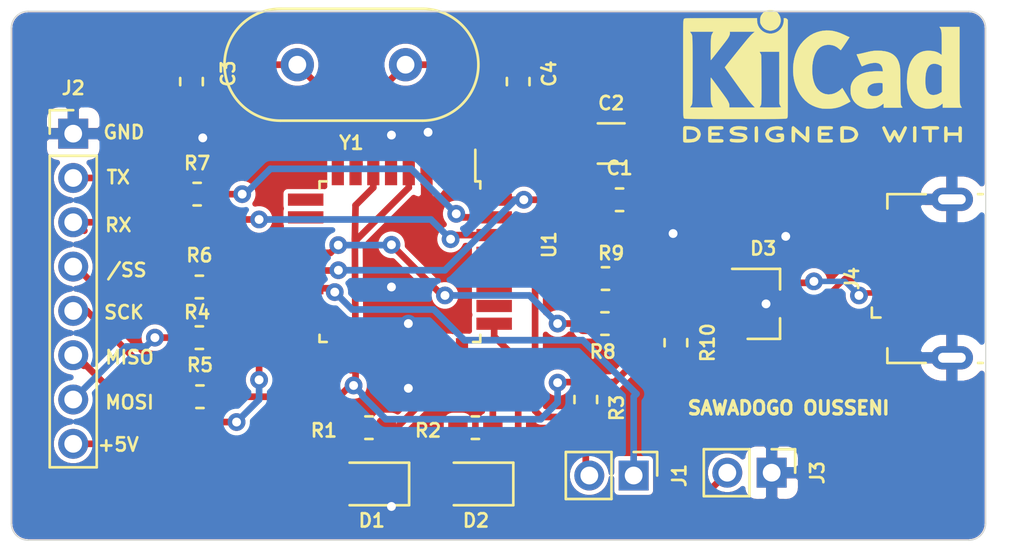
<source format=kicad_pcb>
(kicad_pcb (version 20171130) (host pcbnew "(5.1.5)-3")
  (layers (0 F.Cu signal) (31 B.Cu signal) (34 B.Paste user) (35 F.Paste user) (36 B.SilkS user) (37 F.SilkS user) (38 B.Mask user) (39 F.Mask user) (44 Edge.Cuts user))
  (net 0 "")
  (net 1 +5V)
  (net 2 GND)
  (net 3 "Net-(C3-Pad1)")
  (net 4 "Net-(C4-Pad1)")
  (net 5 "Net-(D1-Pad2)")
  (net 6 "Net-(D2-Pad2)")
  (net 7 "Net-(D3-Pad1)")
  (net 8 "Net-(J1-Pad2)")
  (net 9 "Net-(J1-Pad1)")
  (net 10 "Net-(J2-Pad7)")
  (net 11 MISO)
  (net 12 "Net-(J2-Pad5)")
  (net 13 "Net-(J2-Pad4)")
  (net 14 RXD)
  (net 15 "Net-(J3-Pad2)")
  (net 16 PC0)
  (net 17 PC1)
  (net 18 MOSI)
  (net 19 SCK)
  (net 20 TXD)
  (net 21 D-)
  (net 22 D+)
  (net 23 "Net-(J2-Pad2)")
  (net 24 "Net-(D3-Pad2)")
  (module Crystal:Crystal_HC49-4H_Vertical (layer F.Cu) (at 123.19 60.96 180)
    (fp_text reference Y1 (at 2.44 -3.525) (layer F.SilkS) (effects (font (size 0.6 0.6) (thickness 0.12))))
    (fp_text value 12Mhz)
    (pad 2 thru_hole circle (at 4.88 0 180) (size 1.5 1.5) (drill 0.8) (layers *.Cu *.Mask) (net 3 "Net-(C3-Pad1)"))
    (pad 1 thru_hole circle (at 0 0 180) (size 1.5 1.5) (drill 0.8) (layers *.Cu *.Mask) (net 4 "Net-(C4-Pad1)"))
  )
  (module Symbol:KiCad-Logo2_5mm_SilkScreen (layer F.Cu) (at 141.986 61.468)
    (fp_text reference REF** hide)
    (fp_text value KiCad-Logo2_5mm_SilkScreen hide)
  )
  (module Connector_USB:USB_Micro-B_GCT_USB3076-30-A (layer F.Cu) (at 146.628 70.612 90)
    (fp_text reference J4 (at 0 -3.3 90) (layer F.SilkS) (effects (font (size 0.6 0.6) (thickness 0.12))))
    (fp_text value USB_B_Mini)
    (pad 6 smd rect (at -2.32 -1.03 90) (size 1.15 1.45) (layers F.Cu F.Paste F.Mask) (net 2 GND))
    (pad 6 smd rect (at 2.32 -1.03 90) (size 1.15 1.45) (layers F.Cu F.Paste F.Mask) (net 2 GND))
    (pad 6 thru_hole oval (at 3.575 1.2 90) (size 1.05 1.9) (drill oval 0.45 1.25) (layers *.Cu *.Mask) (net 2 GND))
    (pad 6 thru_hole oval (at -3.575 1.2 270) (size 1.05 1.9) (drill oval 0.45 1.25) (layers *.Cu *.Mask) (net 2 GND))
    (pad 6 smd rect (at -1.125 1.2 90) (size 1.75 1.9) (layers F.Cu F.Paste F.Mask) (net 2 GND))
    (pad 3 smd rect (at 0 -1.45 90) (size 0.4 1.4) (layers F.Cu F.Paste F.Mask) (net 24 "Net-(D3-Pad2)"))
    (pad 4 smd rect (at 0.65 -1.45 90) (size 0.4 1.4) (layers F.Cu F.Paste F.Mask))
    (pad 5 smd rect (at 1.3 -1.45 90) (size 0.4 1.4) (layers F.Cu F.Paste F.Mask) (net 2 GND))
    (pad 1 smd rect (at -1.3 -1.45 90) (size 0.4 1.4) (layers F.Cu F.Paste F.Mask) (net 1 +5V))
    (pad 2 smd rect (at -0.65 -1.45 90) (size 0.4 1.4) (layers F.Cu F.Paste F.Mask) (net 7 "Net-(D3-Pad1)"))
    (pad 6 smd rect (at 1.125 1.2 90) (size 1.75 1.9) (layers F.Cu F.Paste F.Mask) (net 2 GND))
  )
  (module Package_QFP:TQFP-32_7x7mm_P0.8mm (layer F.Cu) (at 122.936 69.85 270)
    (fp_text reference U1 (at -0.762 -6.731 90) (layer F.SilkS) (effects (font (size 0.6 0.6) (thickness 0.12))))
    (fp_text value ATmega8-16AU)
    (pad 32 smd rect (at -2.8 -4.25) (size 1.6 0.55) (layers F.Cu F.Paste F.Mask) (net 22 D+))
    (pad 31 smd rect (at -2 -4.25) (size 1.6 0.55) (layers F.Cu F.Paste F.Mask) (net 20 TXD))
    (pad 30 smd rect (at -1.2 -4.25) (size 1.6 0.55) (layers F.Cu F.Paste F.Mask) (net 14 RXD))
    (pad 29 smd rect (at -0.4 -4.25) (size 1.6 0.55) (layers F.Cu F.Paste F.Mask) (net 8 "Net-(J1-Pad2)"))
    (pad 28 smd rect (at 0.4 -4.25) (size 1.6 0.55) (layers F.Cu F.Paste F.Mask))
    (pad 27 smd rect (at 1.2 -4.25) (size 1.6 0.55) (layers F.Cu F.Paste F.Mask))
    (pad 26 smd rect (at 2 -4.25) (size 1.6 0.55) (layers F.Cu F.Paste F.Mask))
    (pad 25 smd rect (at 2.8 -4.25) (size 1.6 0.55) (layers F.Cu F.Paste F.Mask) (net 15 "Net-(J3-Pad2)"))
    (pad 24 smd rect (at 4.25 -2.8 270) (size 1.6 0.55) (layers F.Cu F.Paste F.Mask) (net 17 PC1))
    (pad 23 smd rect (at 4.25 -2 270) (size 1.6 0.55) (layers F.Cu F.Paste F.Mask) (net 16 PC0))
    (pad 22 smd rect (at 4.25 -1.2 270) (size 1.6 0.55) (layers F.Cu F.Paste F.Mask))
    (pad 21 smd rect (at 4.25 -0.4 270) (size 1.6 0.55) (layers F.Cu F.Paste F.Mask) (net 2 GND))
    (pad 20 smd rect (at 4.25 0.4 270) (size 1.6 0.55) (layers F.Cu F.Paste F.Mask))
    (pad 19 smd rect (at 4.25 1.2 270) (size 1.6 0.55) (layers F.Cu F.Paste F.Mask))
    (pad 18 smd rect (at 4.25 2 270) (size 1.6 0.55) (layers F.Cu F.Paste F.Mask) (net 1 +5V))
    (pad 17 smd rect (at 4.25 2.8 270) (size 1.6 0.55) (layers F.Cu F.Paste F.Mask) (net 19 SCK))
    (pad 16 smd rect (at 2.8 4.25) (size 1.6 0.55) (layers F.Cu F.Paste F.Mask) (net 11 MISO))
    (pad 15 smd rect (at 2 4.25) (size 1.6 0.55) (layers F.Cu F.Paste F.Mask) (net 18 MOSI))
    (pad 14 smd rect (at 1.2 4.25) (size 1.6 0.55) (layers F.Cu F.Paste F.Mask) (net 9 "Net-(J1-Pad1)"))
    (pad 13 smd rect (at 0.4 4.25) (size 1.6 0.55) (layers F.Cu F.Paste F.Mask) (net 22 D+))
    (pad 12 smd rect (at -0.4 4.25) (size 1.6 0.55) (layers F.Cu F.Paste F.Mask) (net 21 D-))
    (pad 11 smd rect (at -1.2 4.25) (size 1.6 0.55) (layers F.Cu F.Paste F.Mask))
    (pad 10 smd rect (at -2 4.25) (size 1.6 0.55) (layers F.Cu F.Paste F.Mask))
    (pad 9 smd rect (at -2.8 4.25) (size 1.6 0.55) (layers F.Cu F.Paste F.Mask))
    (pad 8 smd rect (at -4.25 2.8 270) (size 1.6 0.55) (layers F.Cu F.Paste F.Mask) (net 3 "Net-(C3-Pad1)"))
    (pad 7 smd rect (at -4.25 2 270) (size 1.6 0.55) (layers F.Cu F.Paste F.Mask) (net 4 "Net-(C4-Pad1)"))
    (pad 6 smd rect (at -4.25 1.2 270) (size 1.6 0.55) (layers F.Cu F.Paste F.Mask) (net 1 +5V))
    (pad 5 smd rect (at -4.25 0.4 270) (size 1.6 0.55) (layers F.Cu F.Paste F.Mask) (net 2 GND))
    (pad 4 smd rect (at -4.25 -0.4 270) (size 1.6 0.55) (layers F.Cu F.Paste F.Mask) (net 1 +5V))
    (pad 3 smd rect (at -4.25 -1.2 270) (size 1.6 0.55) (layers F.Cu F.Paste F.Mask) (net 2 GND))
    (pad 2 smd rect (at -4.25 -2 270) (size 1.6 0.55) (layers F.Cu F.Paste F.Mask))
    (pad 1 smd rect (at -4.25 -2.8 270) (size 1.6 0.55) (layers F.Cu F.Paste F.Mask))
  )
  (module Resistor_SMD:R_0603_1608Metric (layer F.Cu) (at 132.207 70.612)
    (fp_text reference R9 (at 0.254 -1.143) (layer F.SilkS) (effects (font (size 0.6 0.6) (thickness 0.12))))
    (fp_text value 68)
    (pad 2 smd roundrect (at 0.7875 0) (size 0.875 0.95) (layers F.Cu F.Paste F.Mask) (net 7 "Net-(D3-Pad1)"))
    (pad 1 smd roundrect (at -0.7875 0) (size 0.875 0.95) (layers F.Cu F.Paste F.Mask) (net 22 D+))
  )
  (module Resistor_SMD:R_0603_1608Metric (layer F.Cu) (at 132.1815 72.644)
    (fp_text reference R8 (at -0.1015 1.27) (layer F.SilkS) (effects (font (size 0.6 0.6) (thickness 0.12))))
    (fp_text value 68)
    (pad 2 smd roundrect (at 0.7875 0) (size 0.875 0.95) (layers F.Cu F.Paste F.Mask) (net 24 "Net-(D3-Pad2)"))
    (pad 1 smd roundrect (at -0.7875 0) (size 0.875 0.95) (layers F.Cu F.Paste F.Mask) (net 21 D-))
  )
  (module Resistor_SMD:R_0603_1608Metric (layer F.Cu) (at 113.792 66.802)
    (fp_text reference R7 (at 0 -1.397) (layer F.SilkS) (effects (font (size 0.6 0.6) (thickness 0.12))))
    (fp_text value 270)
    (pad 2 smd roundrect (at 0.7875 0) (size 0.875 0.95) (layers F.Cu F.Paste F.Mask) (net 20 TXD))
    (pad 1 smd roundrect (at -0.7875 0) (size 0.875 0.95) (layers F.Cu F.Paste F.Mask) (net 23 "Net-(J2-Pad2)"))
  )
  (module Resistor_SMD:R_0603_1608Metric (layer F.Cu) (at 113.8935 70.993)
    (fp_text reference R6 (at 0 -1.43) (layer F.SilkS) (effects (font (size 0.6 0.6) (thickness 0.12))))
    (fp_text value 270)
    (pad 2 smd roundrect (at 0.7875 0) (size 0.875 0.95) (layers F.Cu F.Paste F.Mask) (net 9 "Net-(J1-Pad1)"))
    (pad 1 smd roundrect (at -0.7875 0) (size 0.875 0.95) (layers F.Cu F.Paste F.Mask) (net 13 "Net-(J2-Pad4)"))
  )
  (module Resistor_SMD:R_0603_1608Metric (layer F.Cu) (at 113.919 75.946)
    (fp_text reference R5 (at 0 -1.43) (layer F.SilkS) (effects (font (size 0.6 0.6) (thickness 0.12))))
    (fp_text value 270)
    (pad 2 smd roundrect (at 0.7875 0) (size 0.875 0.95) (layers F.Cu F.Paste F.Mask) (net 19 SCK))
    (pad 1 smd roundrect (at -0.7875 0) (size 0.875 0.95) (layers F.Cu F.Paste F.Mask) (net 12 "Net-(J2-Pad5)"))
  )
  (module Resistor_SMD:R_0603_1608Metric (layer F.Cu) (at 113.8935 73.279)
    (fp_text reference R4 (at -0.1015 -1.143) (layer F.SilkS) (effects (font (size 0.6 0.6) (thickness 0.12))))
    (fp_text value 270)
    (pad 2 smd roundrect (at 0.7875 0) (size 0.875 0.95) (layers F.Cu F.Paste F.Mask) (net 18 MOSI))
    (pad 1 smd roundrect (at -0.7875 0) (size 0.875 0.95) (layers F.Cu F.Paste F.Mask) (net 10 "Net-(J2-Pad7)"))
  )
  (module Resistor_SMD:R_0603_1608Metric (layer F.Cu) (at 131.318 76.073 270)
    (fp_text reference R3 (at 0.381 -1.397 90) (layer F.SilkS) (effects (font (size 0.6 0.6) (thickness 0.12))))
    (fp_text value R)
    (pad 2 smd roundrect (at 0.7875 0 270) (size 0.875 0.95) (layers F.Cu F.Paste F.Mask) (net 8 "Net-(J1-Pad2)"))
    (pad 1 smd roundrect (at -0.7875 0 270) (size 0.875 0.95) (layers F.Cu F.Paste F.Mask) (net 1 +5V))
  )
  (module Resistor_SMD:R_0603_1608Metric (layer F.Cu) (at 126.3395 77.343)
    (fp_text reference R2 (at -2.1335 0.127) (layer F.SilkS) (effects (font (size 0.6 0.6) (thickness 0.12))))
    (fp_text value 1K)
    (pad 2 smd roundrect (at 0.7875 0) (size 0.875 0.95) (layers F.Cu F.Paste F.Mask) (net 17 PC1))
    (pad 1 smd roundrect (at -0.7875 0) (size 0.875 0.95) (layers F.Cu F.Paste F.Mask) (net 6 "Net-(D2-Pad2)"))
  )
  (module Resistor_SMD:R_0603_1608Metric (layer F.Cu) (at 121.539 77.343)
    (fp_text reference R1 (at -2.032 0.127) (layer F.SilkS) (effects (font (size 0.6 0.6) (thickness 0.12))))
    (fp_text value 1K)
    (pad 2 smd roundrect (at 0.7875 0) (size 0.875 0.95) (layers F.Cu F.Paste F.Mask) (net 16 PC0))
    (pad 1 smd roundrect (at -0.7875 0) (size 0.875 0.95) (layers F.Cu F.Paste F.Mask) (net 5 "Net-(D1-Pad2)"))
  )
  (module Connector_PinHeader_2.00mm:PinHeader_1x02_P2.00mm_Vertical (layer F.Cu) (at 139.7 79.375 270)
    (fp_text reference J3 (at 0 -2.06 90) (layer F.SilkS) (effects (font (size 0.6 0.6) (thickness 0.12))))
    (fp_text value Conn_01x02_Male)
    (pad 2 thru_hole oval (at 0 2 270) (size 1.35 1.35) (drill 0.8) (layers *.Cu *.Mask) (net 15 "Net-(J3-Pad2)"))
    (pad 1 thru_hole rect (at 0 0 270) (size 1.35 1.35) (drill 0.8) (layers *.Cu *.Mask) (net 2 GND))
  )
  (module Connector_PinHeader_2.00mm:PinHeader_1x08_P2.00mm_Vertical (layer F.Cu) (at 108.204 64.072)
    (fp_text reference J2 (at 0 -2.06) (layer F.SilkS) (effects (font (size 0.6 0.6) (thickness 0.12))))
    (fp_text value Conn_01x08_Male)
    (pad 8 thru_hole oval (at 0 14) (size 1.35 1.35) (drill 0.8) (layers *.Cu *.Mask) (net 1 +5V))
    (pad 7 thru_hole oval (at 0 12) (size 1.35 1.35) (drill 0.8) (layers *.Cu *.Mask) (net 10 "Net-(J2-Pad7)"))
    (pad 6 thru_hole oval (at 0 10) (size 1.35 1.35) (drill 0.8) (layers *.Cu *.Mask) (net 11 MISO))
    (pad 5 thru_hole oval (at 0 8) (size 1.35 1.35) (drill 0.8) (layers *.Cu *.Mask) (net 12 "Net-(J2-Pad5)"))
    (pad 4 thru_hole oval (at 0 6) (size 1.35 1.35) (drill 0.8) (layers *.Cu *.Mask) (net 13 "Net-(J2-Pad4)"))
    (pad 3 thru_hole oval (at 0 4) (size 1.35 1.35) (drill 0.8) (layers *.Cu *.Mask) (net 14 RXD))
    (pad 2 thru_hole oval (at 0 2) (size 1.35 1.35) (drill 0.8) (layers *.Cu *.Mask) (net 23 "Net-(J2-Pad2)"))
    (pad 1 thru_hole rect (at 0 0) (size 1.35 1.35) (drill 0.8) (layers *.Cu *.Mask) (net 2 GND))
  )
  (module Connector_PinHeader_2.00mm:PinHeader_1x02_P2.00mm_Vertical (layer F.Cu) (at 133.477 79.502 270)
    (fp_text reference J1 (at 0 -2.06 90) (layer F.SilkS) (effects (font (size 0.6 0.6) (thickness 0.12))))
    (fp_text value Conn_01x02_Male)
    (pad 2 thru_hole oval (at 0 2 270) (size 1.35 1.35) (drill 0.8) (layers *.Cu *.Mask) (net 8 "Net-(J1-Pad2)"))
    (pad 1 thru_hole rect (at 0 0 270) (size 1.35 1.35) (drill 0.8) (layers *.Cu *.Mask) (net 9 "Net-(J1-Pad1)"))
  )
  (module Package_TO_SOT_SMD:SOT-23 (layer F.Cu) (at 139.319 71.755)
    (fp_text reference D3 (at 0 -2.5) (layer F.SilkS) (effects (font (size 0.6 0.6) (thickness 0.12))))
    (fp_text value SP0502BAHT)
    (pad 3 smd rect (at 1 0) (size 0.9 0.8) (layers F.Cu F.Paste F.Mask) (net 2 GND))
    (pad 2 smd rect (at -1 0.95) (size 0.9 0.8) (layers F.Cu F.Paste F.Mask) (net 24 "Net-(D3-Pad2)"))
    (pad 1 smd rect (at -1 -0.95) (size 0.9 0.8) (layers F.Cu F.Paste F.Mask) (net 7 "Net-(D3-Pad1)"))
  )
  (module LED_SMD:LED_0805_2012Metric (layer F.Cu) (at 126.365 79.883 180)
    (fp_text reference D2 (at 0 -1.65) (layer F.SilkS) (effects (font (size 0.6 0.6) (thickness 0.12))))
    (fp_text value RED)
    (pad 2 smd roundrect (at 0.9375 0 180) (size 0.975 1.4) (layers F.Cu F.Paste F.Mask) (net 6 "Net-(D2-Pad2)"))
    (pad 1 smd roundrect (at -0.9375 0 180) (size 0.975 1.4) (layers F.Cu F.Paste F.Mask) (net 2 GND))
  )
  (module LED_SMD:LED_0805_2012Metric (layer F.Cu) (at 121.666 79.883 180)
    (fp_text reference D1 (at 0 -1.65) (layer F.SilkS) (effects (font (size 0.6 0.6) (thickness 0.12))))
    (fp_text value GREEN)
    (pad 2 smd roundrect (at 0.9375 0 180) (size 0.975 1.4) (layers F.Cu F.Paste F.Mask) (net 5 "Net-(D1-Pad2)"))
    (pad 1 smd roundrect (at -0.9375 0 180) (size 0.975 1.4) (layers F.Cu F.Paste F.Mask) (net 2 GND))
  )
  (module Capacitor_SMD:C_0603_1608Metric (layer F.Cu) (at 128.27 61.722 270)
    (fp_text reference C4 (at -0.3555 -1.397 90) (layer F.SilkS) (effects (font (size 0.6 0.6) (thickness 0.12))))
    (fp_text value 22pf)
    (pad 2 smd roundrect (at 0.7875 0 270) (size 0.875 0.95) (layers F.Cu F.Paste F.Mask) (net 2 GND))
    (pad 1 smd roundrect (at -0.7875 0 270) (size 0.875 0.95) (layers F.Cu F.Paste F.Mask) (net 4 "Net-(C4-Pad1)"))
  )
  (module Capacitor_SMD:C_0603_1608Metric (layer F.Cu) (at 113.538 61.722 270)
    (fp_text reference C3 (at -0.3555 -1.651 90) (layer F.SilkS) (effects (font (size 0.6 0.6) (thickness 0.12))))
    (fp_text value 22pf)
    (pad 2 smd roundrect (at 0.7875 0 270) (size 0.875 0.95) (layers F.Cu F.Paste F.Mask) (net 2 GND))
    (pad 1 smd roundrect (at -0.7875 0 270) (size 0.875 0.95) (layers F.Cu F.Paste F.Mask) (net 3 "Net-(C3-Pad1)"))
  )
  (module Capacitor_SMD:C_1206_3216Metric (layer F.Cu) (at 132.464 64.516)
    (fp_text reference C2 (at 0 -1.82) (layer F.SilkS) (effects (font (size 0.6 0.6) (thickness 0.12))))
    (fp_text value 4.7u)
    (pad 2 smd roundrect (at 1.4 0) (size 1.25 1.75) (layers F.Cu F.Paste F.Mask) (roundrect_rratio 0.2) (net 2 GND))
    (pad 1 smd roundrect (at -1.4 0) (size 1.25 1.75) (layers F.Cu F.Paste F.Mask) (roundrect_rratio 0.2) (net 1 +5V))
  )
  (module Capacitor_SMD:C_0603_1608Metric (layer F.Cu) (at 132.842 67.056)
    (fp_text reference C1 (at 0 -1.43) (layer F.SilkS) (effects (font (size 0.6 0.6) (thickness 0.12))))
    (fp_text value 100n)
    (pad 2 smd roundrect (at 0.7875 0) (size 0.875 0.95) (layers F.Cu F.Paste F.Mask) (net 2 GND))
    (pad 1 smd roundrect (at -0.7875 0) (size 0.875 0.95) (layers F.Cu F.Paste F.Mask) (net 1 +5V))
  )
  (module Resistor_SMD:R_0603_1608Metric (layer F.Cu) (at 135.382 73.5075 270)
    (fp_text reference R10 (at 0 -1.43 90) (layer F.SilkS) (effects (font (size 0.6 0.6) (thickness 0.12))))
    (fp_text value 2K2)
    (pad 2 smd roundrect (at 0.7875 0 270) (size 0.875 0.95) (layers F.Cu F.Paste F.Mask) (net 1 +5V))
    (pad 1 smd roundrect (at -0.7875 0 270) (size 0.875 0.95) (layers F.Cu F.Paste F.Mask) (net 24 "Net-(D3-Pad2)"))
  )
  (gr_text "SAWADOGO OUSSENI" (at 140.462 76.454) (layer F.SilkS) (effects (font (size 0.6 0.6))))
  (gr_text +5V (at 110.236 78.105) (layer F.SilkS) (effects (font (size 0.6 0.6) (thickness 0.12))))
  (gr_text MOSI (at 110.744 76.2) (layer F.SilkS) (effects (font (size 0.6 0.6) (thickness 0.12))))
  (gr_text MISO (at 110.744 74.168) (layer F.SilkS) (effects (font (size 0.6 0.6) (thickness 0.12))))
  (gr_text SCK (at 110.49 72.136) (layer F.SilkS) (effects (font (size 0.6 0.6) (thickness 0.12))))
  (gr_text /SS (at 110.617 70.231) (layer F.SilkS) (effects (font (size 0.6 0.6) (thickness 0.12))))
  (gr_text RX (at 110.236 68.199) (layer F.SilkS) (effects (font (size 0.6 0.6) (thickness 0.12))))
  (gr_text TX (at 110.236 66.04) (layer F.SilkS) (effects (font (size 0.6 0.6) (thickness 0.12))))
  (gr_text GND (at 110.49 64.008) (layer F.SilkS) (effects (font (size 0.6 0.6) (thickness 0.12))))
  (gr_arc (start 106.172 81.661) (end 105.41 81.661) (angle -90) (layer Edge.Cuts) (width 0.05))
  (gr_arc (start 106.172 59.309) (end 106.172 58.547) (angle -90) (layer Edge.Cuts) (width 0.05))
  (gr_arc (start 148.59 59.309) (end 149.352 59.309) (angle -90) (layer Edge.Cuts) (width 0.05))
  (gr_arc (start 148.59 81.661) (end 148.59 82.423) (angle -90) (layer Edge.Cuts) (width 0.05))
  (gr_line (start 105.41 81.661) (end 105.41 59.309) (layer Edge.Cuts) (width 0.05))
  (gr_line (start 148.59 82.423) (end 106.172 82.423) (layer Edge.Cuts) (width 0.05))
  (gr_line (start 149.352 59.309) (end 149.352 81.661) (layer Edge.Cuts) (width 0.05))
  (gr_line (start 106.172 58.547) (end 148.59 58.547) (layer Edge.Cuts) (width 0.05))
  (segment (start 120.936 74.1) (end 120.936 75.2) (width 0.3) (layer F.Cu) (net 1))
  (segment (start 118.064 78.072) (end 108.32501 78.072) (width 0.3) (layer F.Cu) (net 1))
  (segment (start 120.936 75.2) (end 118.064 78.072) (width 0.3) (layer F.Cu) (net 1))
  (segment (start 121.736 66.505002) (end 121.736 65.6) (width 0.3) (layer F.Cu) (net 1))
  (segment (start 120.936 67.305002) (end 121.736 66.505002) (width 0.3) (layer F.Cu) (net 1))
  (segment (start 121.007002 68.834) (end 120.904 68.834) (width 0.3) (layer F.Cu) (net 1))
  (segment (start 123.336 66.505002) (end 121.007002 68.834) (width 0.3) (layer F.Cu) (net 1))
  (segment (start 123.336 65.6) (end 123.336 66.505002) (width 0.3) (layer F.Cu) (net 1))
  (segment (start 120.936 74.1) (end 120.904 68.834) (width 0.3) (layer F.Cu) (net 1))
  (segment (start 120.904 68.834) (end 120.936 67.305002) (width 0.3) (layer F.Cu) (net 1))
  (segment (start 131.318 75.2855) (end 132.6135 75.2855) (width 0.3) (layer F.Cu) (net 1))
  (segment (start 133.604 74.295) (end 135.382 74.295) (width 0.3) (layer F.Cu) (net 1))
  (segment (start 132.6135 75.2855) (end 133.604 74.295) (width 0.3) (layer F.Cu) (net 1))
  (via (at 130.048 75.311) (size 0.8) (drill 0.4) (layers F.Cu B.Cu) (net 1))
  (via (at 120.847273 75.437889) (size 0.8) (drill 0.4) (layers F.Cu B.Cu) (net 1))
  (segment (start 130.0735 75.2855) (end 130.048 75.311) (width 0.3) (layer F.Cu) (net 1))
  (segment (start 131.318 75.2855) (end 130.0735 75.2855) (width 0.3) (layer F.Cu) (net 1))
  (segment (start 121.247272 75.837888) (end 121.247272 75.908272) (width 0.3) (layer B.Cu) (net 1))
  (segment (start 120.847273 75.437889) (end 121.247272 75.837888) (width 0.3) (layer B.Cu) (net 1))
  (segment (start 121.247272 75.908272) (end 122.301 76.962) (width 0.3) (layer B.Cu) (net 1))
  (segment (start 122.301 76.962) (end 129.286 76.962) (width 0.3) (layer B.Cu) (net 1))
  (segment (start 130.048 76.2) (end 130.048 75.311) (width 0.3) (layer B.Cu) (net 1))
  (segment (start 129.286 76.962) (end 130.048 76.2) (width 0.3) (layer B.Cu) (net 1))
  (segment (start 135.857 74.295) (end 135.382 74.295) (width 0.25) (layer F.Cu) (net 1))
  (segment (start 141.845 74.295) (end 135.857 74.295) (width 0.25) (layer F.Cu) (net 1))
  (segment (start 144.228 71.912) (end 141.845 74.295) (width 0.25) (layer F.Cu) (net 1))
  (segment (start 145.178 71.912) (end 144.228 71.912) (width 0.25) (layer F.Cu) (net 1))
  (segment (start 132.0545 64.8815) (end 132.0545 66.581) (width 0.3) (layer F.Cu) (net 1))
  (segment (start 131.689 64.516) (end 132.0545 64.8815) (width 0.3) (layer F.Cu) (net 1))
  (segment (start 132.0545 66.581) (end 132.0545 67.056) (width 0.3) (layer F.Cu) (net 1))
  (segment (start 131.064 64.516) (end 131.689 64.516) (width 0.3) (layer F.Cu) (net 1))
  (segment (start 130.439 64.516) (end 129.677 63.754) (width 0.3) (layer F.Cu) (net 1))
  (segment (start 131.064 64.516) (end 130.439 64.516) (width 0.3) (layer F.Cu) (net 1))
  (segment (start 123.336 64.5) (end 123.336 65.6) (width 0.3) (layer F.Cu) (net 1))
  (segment (start 123.336 63.767998) (end 123.336 64.5) (width 0.3) (layer F.Cu) (net 1))
  (segment (start 124.566001 63.257999) (end 123.845999 63.257999) (width 0.3) (layer F.Cu) (net 1))
  (segment (start 125.062002 63.754) (end 124.566001 63.257999) (width 0.3) (layer F.Cu) (net 1))
  (segment (start 123.845999 63.257999) (end 123.336 63.767998) (width 0.3) (layer F.Cu) (net 1))
  (segment (start 129.677 63.754) (end 125.062002 63.754) (width 0.3) (layer F.Cu) (net 1))
  (via (at 139.446 71.755) (size 0.8) (drill 0.4) (layers F.Cu B.Cu) (net 2))
  (via (at 123.317 72.644) (size 0.8) (drill 0.4) (layers F.Cu B.Cu) (net 2))
  (via (at 122.555 80.899) (size 0.8) (drill 0.4) (layers F.Cu B.Cu) (net 2))
  (segment (start 123.336 72.663) (end 123.317 72.644) (width 0.3) (layer F.Cu) (net 2))
  (segment (start 123.336 74.1) (end 123.336 72.663) (width 0.3) (layer F.Cu) (net 2))
  (via (at 122.555 64.135) (size 0.8) (drill 0.4) (layers F.Cu B.Cu) (net 2))
  (via (at 124.206 64.008) (size 0.8) (drill 0.4) (layers F.Cu B.Cu) (net 2))
  (segment (start 124.136 64.078) (end 124.206 64.008) (width 0.3) (layer F.Cu) (net 2))
  (segment (start 124.136 65.6) (end 124.136 64.078) (width 0.3) (layer F.Cu) (net 2))
  (via (at 140.335 68.707) (size 0.8) (drill 0.4) (layers F.Cu B.Cu) (net 2))
  (via (at 135.255 68.58) (size 0.8) (drill 0.4) (layers F.Cu B.Cu) (net 2))
  (via (at 122.555 70.993) (size 0.8) (drill 0.4) (layers F.Cu B.Cu) (net 2))
  (segment (start 122.536 64.154) (end 122.555 64.135) (width 0.3) (layer F.Cu) (net 2))
  (segment (start 122.536 65.6) (end 122.536 64.154) (width 0.3) (layer F.Cu) (net 2))
  (via (at 114.046 64.262) (size 0.8) (drill 0.4) (layers F.Cu B.Cu) (net 2))
  (via (at 123.317 75.565) (size 0.8) (drill 0.4) (layers F.Cu B.Cu) (net 2))
  (segment (start 123.317 74.119) (end 123.336 74.1) (width 0.3) (layer F.Cu) (net 2))
  (segment (start 123.317 75.565) (end 123.317 74.119) (width 0.3) (layer F.Cu) (net 2))
  (segment (start 145.178 68.712) (end 145.598 68.292) (width 0.25) (layer F.Cu) (net 2))
  (segment (start 145.178 69.312) (end 145.178 68.712) (width 0.25) (layer F.Cu) (net 2))
  (segment (start 120.136 62.786) (end 118.31 60.96) (width 0.3) (layer F.Cu) (net 3))
  (segment (start 120.136 65.6) (end 120.136 62.786) (width 0.3) (layer F.Cu) (net 3))
  (segment (start 113.5635 60.96) (end 113.538 60.9345) (width 0.3) (layer F.Cu) (net 3))
  (segment (start 118.31 60.96) (end 113.5635 60.96) (width 0.3) (layer F.Cu) (net 3))
  (segment (start 122.440001 61.709999) (end 123.19 60.96) (width 0.3) (layer F.Cu) (net 4))
  (segment (start 121.110999 65.461001) (end 121.110999 63.039001) (width 0.3) (layer F.Cu) (net 4))
  (segment (start 120.972 65.6) (end 121.110999 65.461001) (width 0.3) (layer F.Cu) (net 4))
  (segment (start 121.110999 63.039001) (end 122.440001 61.709999) (width 0.3) (layer F.Cu) (net 4))
  (segment (start 120.936 65.6) (end 120.972 65.6) (width 0.3) (layer F.Cu) (net 4))
  (segment (start 128.2445 60.96) (end 128.27 60.9345) (width 0.3) (layer F.Cu) (net 4))
  (segment (start 123.19 60.96) (end 128.2445 60.96) (width 0.3) (layer F.Cu) (net 4))
  (segment (start 120.7285 77.366) (end 120.7515 77.343) (width 0.3) (layer F.Cu) (net 5))
  (segment (start 120.7285 79.883) (end 120.7285 77.366) (width 0.3) (layer F.Cu) (net 5))
  (segment (start 125.4275 77.4675) (end 125.552 77.343) (width 0.3) (layer F.Cu) (net 6))
  (segment (start 125.4275 79.883) (end 125.4275 77.4675) (width 0.3) (layer F.Cu) (net 6))
  (segment (start 138.126 70.612) (end 138.319 70.805) (width 0.3) (layer F.Cu) (net 7))
  (segment (start 132.893 70.612) (end 138.126 70.612) (width 0.3) (layer F.Cu) (net 7))
  (via (at 141.605 70.739) (size 0.8) (drill 0.4) (layers F.Cu B.Cu) (net 7))
  (via (at 143.637 71.374) (size 0.8) (drill 0.4) (layers F.Cu B.Cu) (net 7))
  (segment (start 141.539 70.805) (end 141.605 70.739) (width 0.3) (layer F.Cu) (net 7))
  (segment (start 138.319 70.805) (end 141.539 70.805) (width 0.3) (layer F.Cu) (net 7))
  (segment (start 143.749 71.262) (end 143.637 71.374) (width 0.25) (layer F.Cu) (net 7))
  (segment (start 145.178 71.262) (end 143.749 71.262) (width 0.25) (layer F.Cu) (net 7))
  (segment (start 143.002 70.739) (end 143.637 71.374) (width 0.25) (layer B.Cu) (net 7))
  (segment (start 141.605 70.739) (end 143.002 70.739) (width 0.25) (layer B.Cu) (net 7))
  (segment (start 128.286 69.45) (end 129.032 70.196) (width 0.3) (layer F.Cu) (net 8))
  (segment (start 127.186 69.45) (end 128.286 69.45) (width 0.3) (layer F.Cu) (net 8))
  (segment (start 131.318 79.343) (end 131.477 79.502) (width 0.3) (layer F.Cu) (net 8))
  (segment (start 131.318 76.8605) (end 131.318 79.343) (width 0.3) (layer F.Cu) (net 8))
  (segment (start 129.032 70.196) (end 129.032 76.581) (width 0.3) (layer F.Cu) (net 8))
  (segment (start 129.3115 76.8605) (end 131.318 76.8605) (width 0.3) (layer F.Cu) (net 8))
  (segment (start 129.032 76.581) (end 129.3115 76.8605) (width 0.3) (layer F.Cu) (net 8))
  (segment (start 114.738 71.05) (end 114.681 70.993) (width 0.3) (layer F.Cu) (net 9))
  (segment (start 118.686 71.05) (end 114.738 71.05) (width 0.3) (layer F.Cu) (net 9))
  (via (at 119.997832 71.222832) (size 0.8) (drill 0.4) (layers F.Cu B.Cu) (net 9))
  (segment (start 118.686 71.05) (end 119.825 71.05) (width 0.3) (layer F.Cu) (net 9))
  (segment (start 119.825 71.05) (end 119.997832 71.222832) (width 0.3) (layer F.Cu) (net 9))
  (segment (start 119.997832 71.222832) (end 120.784 72.009) (width 0.3) (layer B.Cu) (net 9))
  (segment (start 120.784 72.009) (end 124.46 72.009) (width 0.3) (layer B.Cu) (net 9))
  (segment (start 125.845001 73.394001) (end 131.179001 73.394001) (width 0.3) (layer B.Cu) (net 9))
  (segment (start 124.46 72.009) (end 125.845001 73.394001) (width 0.3) (layer B.Cu) (net 9))
  (segment (start 131.179001 73.394001) (end 133.604 75.819) (width 0.3) (layer B.Cu) (net 9))
  (segment (start 133.477 75.946) (end 133.477 79.502) (width 0.3) (layer B.Cu) (net 9))
  (segment (start 133.604 75.819) (end 133.477 75.946) (width 0.3) (layer B.Cu) (net 9))
  (via (at 111.887 73.279) (size 0.8) (drill 0.4) (layers F.Cu B.Cu) (net 10))
  (segment (start 113.106 73.279) (end 111.887 73.279) (width 0.3) (layer F.Cu) (net 10))
  (segment (start 110.597001 73.678999) (end 108.32501 75.95099) (width 0.3) (layer B.Cu) (net 10))
  (segment (start 111.887 73.279) (end 111.487001 73.678999) (width 0.3) (layer B.Cu) (net 10))
  (segment (start 108.32501 75.95099) (end 108.32501 76.072) (width 0.3) (layer B.Cu) (net 10))
  (segment (start 111.487001 73.678999) (end 110.597001 73.678999) (width 0.3) (layer B.Cu) (net 10))
  (segment (start 108.32501 74.19301) (end 108.32501 74.072) (width 0.3) (layer F.Cu) (net 11))
  (segment (start 108.681 74.549) (end 108.32501 74.19301) (width 0.3) (layer F.Cu) (net 11))
  (via (at 116.586 75.184) (size 0.8) (drill 0.4) (layers F.Cu B.Cu) (net 11))
  (segment (start 116.586 73.65) (end 116.586 75.184) (width 0.3) (layer F.Cu) (net 11))
  (segment (start 118.686 72.65) (end 117.586 72.65) (width 0.3) (layer F.Cu) (net 11))
  (segment (start 117.586 72.65) (end 116.586 73.65) (width 0.3) (layer F.Cu) (net 11))
  (via (at 115.57 77.089) (size 0.8) (drill 0.4) (layers F.Cu B.Cu) (net 11))
  (segment (start 116.586 75.184) (end 116.586 76.073) (width 0.3) (layer B.Cu) (net 11))
  (segment (start 116.586 76.073) (end 115.57 77.089) (width 0.3) (layer B.Cu) (net 11))
  (segment (start 111.34201 77.089) (end 108.32501 74.072) (width 0.3) (layer F.Cu) (net 11))
  (segment (start 115.57 77.089) (end 111.34201 77.089) (width 0.3) (layer F.Cu) (net 11))
  (segment (start 108.82 72.072) (end 108.32501 72.072) (width 0.3) (layer F.Cu) (net 12))
  (segment (start 113.1315 75.946) (end 112.694 75.946) (width 0.3) (layer F.Cu) (net 12))
  (segment (start 112.694 75.946) (end 108.82 72.072) (width 0.3) (layer F.Cu) (net 12))
  (segment (start 109.24601 70.993) (end 108.32501 70.072) (width 0.3) (layer F.Cu) (net 13))
  (segment (start 113.106 70.993) (end 109.24601 70.993) (width 0.3) (layer F.Cu) (net 13))
  (segment (start 108.70601 68.453) (end 108.32501 68.072) (width 0.3) (layer F.Cu) (net 14))
  (via (at 125.222 68.834) (size 0.8) (drill 0.4) (layers F.Cu B.Cu) (net 14))
  (segment (start 127.186 68.65) (end 125.406 68.65) (width 0.3) (layer F.Cu) (net 14))
  (segment (start 125.406 68.65) (end 125.222 68.834) (width 0.3) (layer F.Cu) (net 14))
  (segment (start 125.222 68.834) (end 124.333 67.945) (width 0.3) (layer B.Cu) (net 14))
  (via (at 116.586 67.945) (size 0.8) (drill 0.4) (layers F.Cu B.Cu) (net 14))
  (segment (start 124.333 67.945) (end 116.586 67.945) (width 0.3) (layer B.Cu) (net 14))
  (segment (start 116.586 67.945) (end 115.57 67.945) (width 0.3) (layer F.Cu) (net 14))
  (segment (start 115.443 68.072) (end 108.32501 68.072) (width 0.3) (layer F.Cu) (net 14))
  (segment (start 115.57 67.945) (end 115.443 68.072) (width 0.3) (layer F.Cu) (net 14))
  (segment (start 128.905 79.629) (end 130.683 81.407) (width 0.3) (layer F.Cu) (net 15))
  (segment (start 135.668 81.407) (end 137.7 79.375) (width 0.3) (layer F.Cu) (net 15))
  (segment (start 130.683 81.407) (end 135.668 81.407) (width 0.3) (layer F.Cu) (net 15))
  (segment (start 127.186 73.225) (end 128.27 74.309) (width 0.3) (layer F.Cu) (net 15))
  (segment (start 127.186 72.65) (end 127.186 73.225) (width 0.3) (layer F.Cu) (net 15))
  (segment (start 128.27 74.309) (end 128.27 78.867) (width 0.3) (layer F.Cu) (net 15))
  (segment (start 128.27 78.867) (end 128.778 79.375) (width 0.3) (layer F.Cu) (net 15))
  (segment (start 128.778 79.375) (end 128.905 79.629) (width 0.3) (layer F.Cu) (net 15))
  (segment (start 124.936 75.2) (end 124.936 74.1) (width 0.3) (layer F.Cu) (net 16))
  (segment (start 122.793 77.343) (end 124.936 75.2) (width 0.3) (layer F.Cu) (net 16))
  (segment (start 122.3265 77.343) (end 122.793 77.343) (width 0.3) (layer F.Cu) (net 16))
  (segment (start 126.311 74.1) (end 125.736 74.1) (width 0.3) (layer F.Cu) (net 17))
  (segment (start 127.127 74.916) (end 126.311 74.1) (width 0.3) (layer F.Cu) (net 17))
  (segment (start 127.127 77.343) (end 127.127 74.916) (width 0.3) (layer F.Cu) (net 17))
  (segment (start 117.586 71.85) (end 118.686 71.85) (width 0.3) (layer F.Cu) (net 18))
  (segment (start 115.635 71.85) (end 117.586 71.85) (width 0.3) (layer F.Cu) (net 18))
  (segment (start 114.681 72.804) (end 115.635 71.85) (width 0.3) (layer F.Cu) (net 18))
  (segment (start 114.681 73.279) (end 114.681 72.804) (width 0.3) (layer F.Cu) (net 18))
  (segment (start 120.136 75.2) (end 120.136 74.1) (width 0.3) (layer F.Cu) (net 19))
  (segment (start 119.39 75.946) (end 120.136 75.2) (width 0.3) (layer F.Cu) (net 19))
  (segment (start 114.7065 75.946) (end 119.39 75.946) (width 0.3) (layer F.Cu) (net 19))
  (segment (start 127.186 67.85) (end 125.635 67.85) (width 0.3) (layer F.Cu) (net 20))
  (via (at 125.476 67.691) (size 0.8) (drill 0.4) (layers F.Cu B.Cu) (net 20))
  (segment (start 125.635 67.85) (end 125.476 67.691) (width 0.3) (layer F.Cu) (net 20))
  (segment (start 125.476 67.691) (end 123.444 65.659) (width 0.3) (layer B.Cu) (net 20))
  (segment (start 123.444 65.659) (end 117.094 65.659) (width 0.3) (layer B.Cu) (net 20))
  (via (at 115.824 66.802) (size 0.8) (drill 0.4) (layers F.Cu B.Cu) (net 20))
  (segment (start 117.094 65.659) (end 115.951 66.802) (width 0.3) (layer B.Cu) (net 20))
  (segment (start 115.951 66.802) (end 115.824 66.802) (width 0.3) (layer B.Cu) (net 20))
  (segment (start 115.824 66.802) (end 114.5795 66.802) (width 0.3) (layer F.Cu) (net 20))
  (via (at 120.155614 69.10186) (size 0.8) (drill 0.4) (layers F.Cu B.Cu) (net 21))
  (segment (start 118.686 69.45) (end 119.807474 69.45) (width 0.3) (layer F.Cu) (net 21))
  (segment (start 119.807474 69.45) (end 120.155614 69.10186) (width 0.3) (layer F.Cu) (net 21))
  (via (at 122.555 69.088) (size 0.8) (drill 0.4) (layers F.Cu B.Cu) (net 21))
  (segment (start 120.155614 69.10186) (end 122.54114 69.10186) (width 0.3) (layer B.Cu) (net 21))
  (segment (start 122.54114 69.10186) (end 122.555 69.088) (width 0.3) (layer B.Cu) (net 21))
  (via (at 124.968 71.374) (size 0.8) (drill 0.4) (layers F.Cu B.Cu) (net 21))
  (segment (start 122.555 69.088) (end 124.841 71.374) (width 0.3) (layer F.Cu) (net 21))
  (segment (start 124.841 71.374) (end 124.968 71.374) (width 0.3) (layer F.Cu) (net 21))
  (via (at 130.048 72.644) (size 0.8) (drill 0.4) (layers F.Cu B.Cu) (net 21))
  (segment (start 124.968 71.374) (end 128.778 71.374) (width 0.3) (layer B.Cu) (net 21))
  (segment (start 128.778 71.374) (end 130.048 72.644) (width 0.3) (layer B.Cu) (net 21))
  (segment (start 130.048 72.644) (end 131.394 72.644) (width 0.3) (layer F.Cu) (net 21))
  (via (at 120.162508 70.236482) (size 0.8) (drill 0.4) (layers F.Cu B.Cu) (net 22))
  (segment (start 118.686 70.25) (end 120.14899 70.25) (width 0.3) (layer F.Cu) (net 22))
  (segment (start 120.14899 70.25) (end 120.162508 70.236482) (width 0.3) (layer F.Cu) (net 22))
  (segment (start 120.162508 70.236482) (end 124.962518 70.236482) (width 0.3) (layer B.Cu) (net 22))
  (segment (start 124.962518 70.236482) (end 128.143 67.056) (width 0.3) (layer B.Cu) (net 22))
  (via (at 128.524 67.056) (size 0.8) (drill 0.4) (layers F.Cu B.Cu) (net 22))
  (segment (start 128.143 67.056) (end 128.524 67.056) (width 0.3) (layer B.Cu) (net 22))
  (segment (start 127.192 67.056) (end 127.186 67.05) (width 0.3) (layer F.Cu) (net 22))
  (segment (start 128.524 67.056) (end 127.192 67.056) (width 0.3) (layer F.Cu) (net 22))
  (segment (start 128.524 67.056) (end 129.667 67.056) (width 0.3) (layer F.Cu) (net 22))
  (segment (start 131.318 68.707) (end 131.318 70.612) (width 0.3) (layer F.Cu) (net 22))
  (segment (start 129.667 67.056) (end 131.318 68.707) (width 0.3) (layer F.Cu) (net 22))
  (segment (start 111.837 66.072) (end 108.32501 66.072) (width 0.3) (layer F.Cu) (net 23))
  (segment (start 113.0045 66.802) (end 112.567 66.802) (width 0.3) (layer F.Cu) (net 23))
  (segment (start 112.567 66.802) (end 111.837 66.072) (width 0.3) (layer F.Cu) (net 23))
  (segment (start 135.306 72.644) (end 135.382 72.72) (width 0.3) (layer F.Cu) (net 24))
  (segment (start 132.969 72.644) (end 135.306 72.644) (width 0.3) (layer F.Cu) (net 24))
  (segment (start 138.304 72.72) (end 138.319 72.705) (width 0.3) (layer F.Cu) (net 24))
  (segment (start 135.382 72.72) (end 138.304 72.72) (width 0.3) (layer F.Cu) (net 24))
  (segment (start 145.43588 70.739) (end 145.510879 70.664001) (width 0.3) (layer F.Cu) (net 24))
  (segment (start 138.319 72.705) (end 140.909 72.705) (width 0.25) (layer F.Cu) (net 24))
  (segment (start 143.002 70.612) (end 145.178 70.612) (width 0.25) (layer F.Cu) (net 24))
  (segment (start 140.909 72.705) (end 143.002 70.612) (width 0.25) (layer F.Cu) (net 24))
  (zone (net 2) (net_name GND) (layer F.Cu) (connect_pads (clearance 0.025)) (min_thickness 0.254) (fill yes (arc_segments 32) (thermal_gap 0.508) (thermal_bridge_width 0.508))
    (polygon (pts (xy 149.856447 82.447835) (xy 105.025447 82.574835) (xy 105.025447 58.063835) (xy 149.729447 58.444835)))
  )
  (zone (net 2) (net_name GND) (layer B.Cu) (connect_pads (clearance 0.025)) (min_thickness 0.254) (fill yes (arc_segments 32) (thermal_gap 0.508) (thermal_bridge_width 0.508))
    (polygon (pts (xy 149.86 82.55) (xy 104.902 82.423) (xy 104.902 58.039) (xy 149.733 58.039)))
  )
)
</source>
